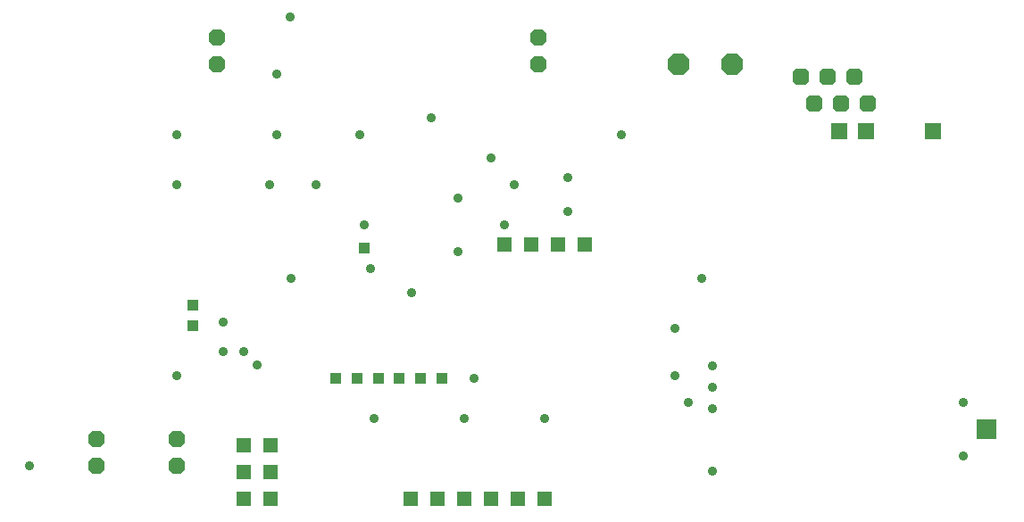
<source format=gbs>
%FSLAX35Y35*%
%MOIN*%
%IN4=Loetstoppmaskeunten(X.StopBot)*%
%ADD10C,0.00591*%
%ADD11C,0.00354*%
%ADD12C,0.00443*%
%ADD13C,0.00787*%
%ADD14C,0.00800*%
%ADD15C,0.01181*%
%ADD16C,0.01575*%
%ADD17C,0.01772*%
%ADD18C,0.01969*%
%ADD19C,0.02362*%
%ADD20C,0.03543*%
%ADD21C,0.11811*%
%ADD22C,0.12598*%
%ADD23C,0.14173*%
%AMR_24*21,1,0.01772,0.05118,0,0,270.000*%
%ADD24R_24*%
%AMR_25*21,1,0.01969,0.04724,0,0,90.000*%
%ADD25R_25*%
%AMR_26*21,1,0.02362,0.09843,0,0,180.000*%
%ADD26R_26*%
%AMR_27*21,1,0.03937,0.03937,0,0,180.000*%
%ADD27R_27*%
%AMR_28*21,1,0.03937,0.06299,0,0,90.000*%
%ADD28R_28*%
%AMR_29*21,1,0.03937,0.06299,0,0,270.000*%
%ADD29R_29*%
%AMR_30*21,1,0.04331,0.04331,0,0,0.000*%
%ADD30R_30*%
%AMR_31*21,1,0.04331,0.04331,0,0,180.000*%
%ADD31R_31*%
%AMR_32*21,1,0.04331,0.04331,0,0,270.000*%
%ADD32R_32*%
%AMR_33*21,1,0.05118,0.01772,0,0,270.000*%
%ADD33R_33*%
%AMR_34*21,1,0.05512,0.03937,0,0,0.000*%
%ADD34R_34*%
%AMR_35*21,1,0.05512,0.03937,0,0,180.000*%
%ADD35R_35*%
%AMR_36*21,1,0.05512,0.03937,0,0,270.000*%
%ADD36R_36*%
%AMR_37*21,1,0.05512,0.05512,0,0,180.000*%
%ADD37R_37*%
%AMR_38*21,1,0.05512,0.05512,0,0,270.000*%
%ADD38R_38*%
%AMR_39*21,1,0.05906,0.05906,0,0,0.000*%
%ADD39R_39*%
%AMR_40*21,1,0.06299,0.03937,0,0,0.000*%
%ADD40R_40*%
%AMR_41*21,1,0.06299,0.03937,0,0,180.000*%
%ADD41R_41*%
%AMR_42*21,1,0.06299,0.03937,0,0,270.000*%
%ADD42R_42*%
%AMR_43*21,1,0.07087,0.07087,0,0,0.000*%
%ADD43R_43*%
%AMR_44*21,1,0.07087,0.07087,0,0,90.000*%
%ADD44R_44*%
%AMR_45*21,1,0.07874,0.06299,0,0,90.000*%
%ADD45R_45*%
%AMR_46*21,1,0.07874,0.09843,0,0,180.000*%
%ADD46R_46*%
%AMR_47*21,1,0.08661,0.04724,0,0,0.000*%
%ADD47R_47*%
%AMR_48*21,1,0.19685,0.18750,0,0,0.000*%
%ADD48R_48*%
%AMR_49*21,1,0.19685,0.19685,0,0,0.000*%
%ADD49R_49*%
%AMR_50*21,1,0.23622,0.23622,0,0,0.000*%
%ADD50R_50*%
%AMOCT_51*4,1,8,0.029528,0.014764,0.014764,0.029528,-0.014764,0.029528,-0.029528,0.014764,-0.029528,-0.014764,-0.014764,-0.029528,0.014764,-0.029528,0.029528,-0.014764,0.029528,0.014764,270.000*%
%ADD51OCT_51*%
%AMOCT_52*4,1,8,0.031496,0.015748,0.015748,0.031496,-0.015748,0.031496,-0.031496,0.015748,-0.031496,-0.015748,-0.015748,-0.031496,0.015748,-0.031496,0.031496,-0.015748,0.031496,0.015748,90.000*%
%ADD52OCT_52*%
%AMOCT_53*4,1,8,0.039370,0.019685,0.019685,0.039370,-0.019685,0.039370,-0.039370,0.019685,-0.039370,-0.019685,-0.019685,-0.039370,0.019685,-0.039370,0.039370,-0.019685,0.039370,0.019685,180.000*%
%ADD53OCT_53*%
G54D20*
X127500Y146250D03*
X124901Y127500D03*
X142224Y127500D03*
X158523Y146250D03*
X290000Y59685D03*
X286250Y92500D03*
X383750Y46062D03*
X383750Y26062D03*
X35000Y22500D03*
X236250Y117500D03*
X236250Y130000D03*
X207500Y137500D03*
X256250Y146250D03*
X163750Y40000D03*
X201250Y55000D03*
X177775Y87224D03*
X195000Y102500D03*
X107500Y65000D03*
X290000Y51811D03*
X115000Y65000D03*
X281250Y46250D03*
X120000Y60000D03*
X290000Y43937D03*
X132775Y92500D03*
X160000Y112500D03*
X90000Y56250D03*
X90000Y127500D03*
X90000Y146250D03*
X127500Y168750D03*
X132500Y190000D03*
X212500Y112500D03*
X276250Y73750D03*
X185000Y152500D03*
X216250Y127490D03*
X195000Y122500D03*
X197500Y40000D03*
X227500Y40000D03*
X290000Y20314D03*
X162500Y96250D03*
X107500Y76250D03*
X276250Y56250D03*
G54D30*
X160000Y103750D03*
G54D31*
X181102Y55000D03*
X173228Y55000D03*
X188976Y55000D03*
X157480Y55000D03*
X149606Y55000D03*
X165354Y55000D03*
G54D32*
X96250Y74625D03*
X96250Y82500D03*
G54D37*
X227500Y10000D03*
X217500Y10000D03*
X207500Y10000D03*
X197500Y10000D03*
X187500Y10000D03*
X177500Y10000D03*
X242500Y105000D03*
X232500Y105000D03*
X222500Y105000D03*
X212500Y105000D03*
G54D38*
X115000Y30000D03*
X125000Y30000D03*
X115000Y20000D03*
X125000Y20000D03*
X115000Y10000D03*
X125000Y10000D03*
G54D39*
X347500Y147500D03*
X337500Y147500D03*
X372500Y147500D03*
G54D43*
X392500Y36062D03*
G54D51*
X105000Y172500D03*
X105000Y182500D03*
X225000Y172500D03*
X225000Y182500D03*
X60000Y32500D03*
X60000Y22500D03*
X90000Y32500D03*
X90000Y22500D03*
G54D52*
X333031Y167874D03*
X343031Y167874D03*
X348031Y157874D03*
X323031Y167874D03*
X328031Y157874D03*
X338031Y157874D03*
G54D53*
X297500Y172500D03*
X277500Y172500D03*
M02*

</source>
